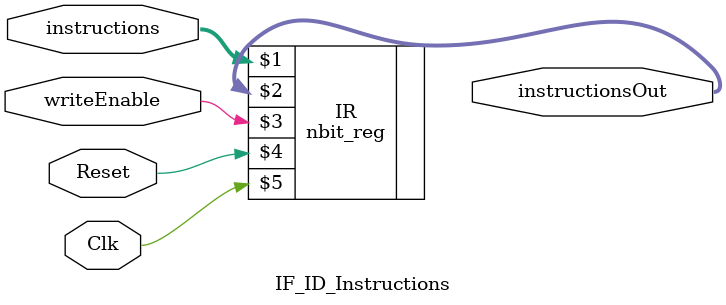
<source format=v>
`timescale 1ns / 1ps
module IF_ID_Instructions(
	input Clk,Reset,writeEnable,
	input[31:0] instructions,
	output[31:0] instructionsOut
    );
	 
	 nbit_reg #(32) IR(instructions,instructionsOut,writeEnable,Reset,Clk);


endmodule

</source>
